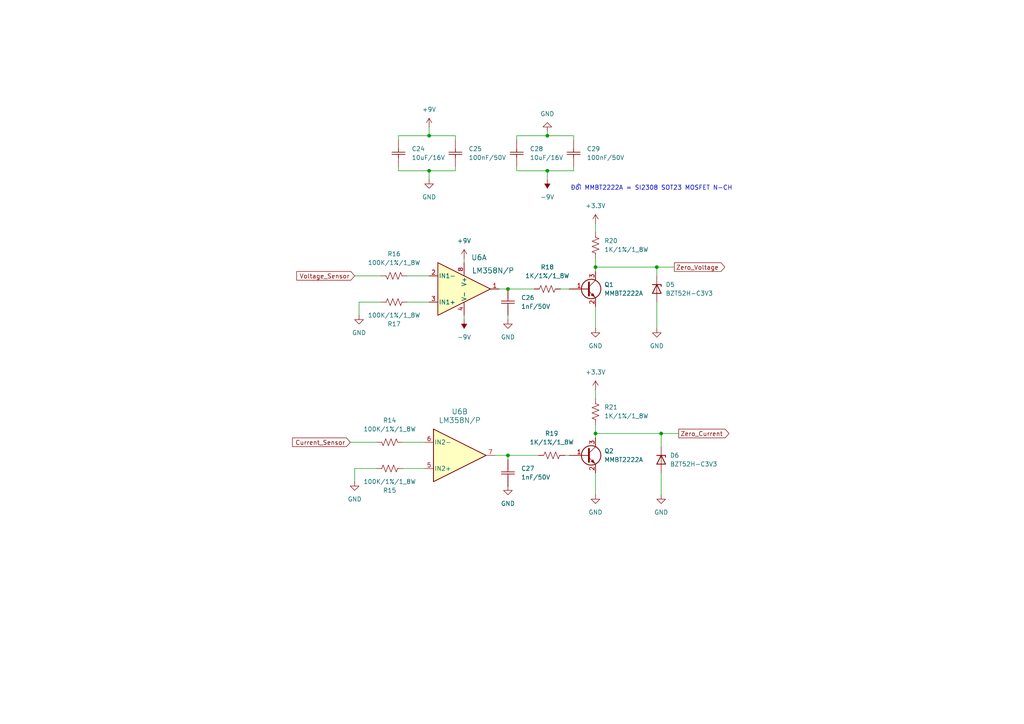
<source format=kicad_sch>
(kicad_sch (version 20231120) (generator "eeschema") (generator_version "8.0")
  (paper "A4")
  (lib_symbols
    (symbol "Measurement_Power_AC:BZT52H-C3V3" (pin_numbers hide) (pin_names hide)
      (property "Reference" "D" (at 3.556 2.794 0))
      (property "Value" "BZT52H-C3V3" (at 3.81 -2.54 0))
      (symbol "BZT52H-C3V3_0_1"
        (polyline (pts (xy 2.54 0) (xy 5.08 0)))
        (polyline (pts (xy 5.08 1.27) (xy 5.08 -1.27) (xy 4.572 -1.27)) (stroke (width 0.254)))
        (polyline (pts (xy 2.54 1.27) (xy 2.54 -1.27) (xy 5.08 0) (xy 2.54 1.27)) (stroke (width 0.254)))
      )
      (symbol "BZT52H-C3V3_1_1"
        (pin passive line (at 7.62 0 180) (length 2.54) (name "K") (number "1"))
        (pin passive line (at 0 0 0) (length 2.54) (name "A") (number "2"))
      )
    )
    (symbol "Measurement_Power_AC:Ceramic_Cap_SMD_100nF_16V" (pin_numbers hide) (pin_names hide)
      (property "Reference" "C" (at 1.016 2.794 0))
      (property "Value" "100nF/50V" (at 0.254 5.334 0))
      (symbol "Ceramic_Cap_SMD_100nF_16V_1_1"
        (polyline (pts (xy 1.27 0) (xy 2.2098 0)) (stroke (width 0.2032)))
        (polyline (pts (xy 2.2098 -1.905) (xy 2.2098 1.905)) (stroke (width 0.2032)))
        (polyline (pts (xy 2.8448 -1.905) (xy 2.8448 1.905)) (stroke (width 0.2032)))
        (polyline (pts (xy 2.8448 0) (xy 3.81 0)) (stroke (width 0.2032)))
        (pin unspecified line (at -1.27 0 0) (length 2.54) (name "") (number "1"))
        (pin unspecified line (at 6.35 0 180) (length 2.54) (name "") (number "2"))
      )
    )
    (symbol "Measurement_Power_AC:Ceramic_Cap_SMD_10uF_16V" (pin_numbers hide) (pin_names hide)
      (property "Reference" "C" (at 2.286 2.794 0))
      (property "Value" "10uF/16V" (at 0.254 5.334 0))
      (symbol "Ceramic_Cap_SMD_10uF_16V_1_1"
        (polyline (pts (xy 2.54 0) (xy 3.4798 0)) (stroke (width 0.2032)))
        (polyline (pts (xy 3.4798 -1.905) (xy 3.4798 1.905)) (stroke (width 0.2032)))
        (polyline (pts (xy 4.1148 -1.905) (xy 4.1148 1.905)) (stroke (width 0.2032)))
        (polyline (pts (xy 4.1148 0) (xy 5.08 0)) (stroke (width 0.2032)))
        (pin unspecified line (at 0 0 0) (length 2.54) (name "") (number "1"))
        (pin unspecified line (at 7.62 0 180) (length 2.54) (name "") (number "2"))
      )
    )
    (symbol "Measurement_Power_AC:Ceramic_Cap_SMD_1nF_50V" (pin_numbers hide) (pin_names hide)
      (property "Reference" "C" (at 1.016 2.794 0))
      (property "Value" "1nF/50V" (at 0.254 5.334 0))
      (symbol "Ceramic_Cap_SMD_1nF_50V_1_1"
        (polyline (pts (xy 1.27 0) (xy 2.2098 0)) (stroke (width 0.2032)))
        (polyline (pts (xy 2.2098 -1.905) (xy 2.2098 1.905)) (stroke (width 0.2032)))
        (polyline (pts (xy 2.8448 -1.905) (xy 2.8448 1.905)) (stroke (width 0.2032)))
        (polyline (pts (xy 2.8448 0) (xy 3.81 0)) (stroke (width 0.2032)))
        (pin unspecified line (at -1.27 0 0) (length 2.54) (name "") (number "1"))
        (pin unspecified line (at 6.35 0 180) (length 2.54) (name "") (number "2"))
      )
    )
    (symbol "Measurement_Power_AC:LM358DT" (pin_names (offset 0.254))
      (property "Reference" "U" (at 2.032 20.574 0))
      (property "Value" "LM358N/P" (at 2.032 18.034 0))
      (symbol "LM358DT_1_0"
        (pin input line (at -2.54 11.43 0) (length 2.54) (name "IN1-") (number "2"))
        (pin input line (at -2.54 3.81 0) (length 2.54) (name "IN1+") (number "3"))
      )
      (symbol "LM358DT_1_1"
        (polyline (pts (xy 0 15.24) (xy 15.24 7.62) (xy 0 0) (xy 0 15.24)) (stroke (width 0.254)) (fill (type background)))
        (pin output line (at 17.78 7.62 180) (length 2.54) (name "~") (number "1"))
        (pin power_in line (at 7.62 0 90) (length 3.81) (name "V-") (number "4"))
        (pin power_in line (at 7.62 15.24 270) (length 3.81) (name "V+") (number "8"))
      )
      (symbol "LM358DT_2_1"
        (polyline (pts (xy 0 15.24) (xy 15.24 7.62) (xy 0 0) (xy 0 15.24)) (stroke (width 0.254)) (fill (type background)))
        (pin input line (at -2.54 3.81 0) (length 2.54) (name "IN2+") (number "5"))
        (pin input line (at -2.54 11.43 0) (length 2.54) (name "IN2-") (number "6"))
        (pin output line (at 17.78 7.62 180) (length 2.54) (name "~") (number "7"))
      )
    )
    (symbol "Measurement_Power_AC:MMBT2222A" (pin_names (offset 0) hide)
      (property "Reference" "Q" (at 5.08 1.905 0))
      (property "Value" "MMBT2222A" (at 5.08 0 0))
      (symbol "MMBT2222A_0_1"
        (polyline (pts (xy 0.635 0.635) (xy 2.54 2.54)))
        (polyline (pts (xy 0.635 -0.635) (xy 2.54 -2.54) (xy 2.54 -2.54)))
        (polyline (pts (xy 0.635 1.905) (xy 0.635 -1.905) (xy 0.635 -1.905)) (stroke (width 0.508)))
        (polyline (pts (xy 1.27 -1.778) (xy 1.778 -1.27) (xy 2.286 -2.286) (xy 1.27 -1.778) (xy 1.27 -1.778)) (fill (type outline)))
        (circle (center 1.27 0) (radius 2.8194) (stroke (width 0.254)))
      )
      (symbol "MMBT2222A_1_1"
        (pin input line (at -5.08 0 0) (length 5.715) (name "B") (number "1"))
        (pin passive line (at 2.54 -5.08 90) (length 2.54) (name "E") (number "2"))
        (pin passive line (at 2.54 5.08 270) (length 2.54) (name "C") (number "3"))
      )
    )
    (symbol "Measurement_Power_AC:Res_100k_0805_1%" (pin_numbers hide) (pin_names hide)
      (property "Reference" "R" (at 3.556 2.54 0))
      (property "Value" "100K/1%/1_8W" (at 4.064 -2.54 0))
      (symbol "Res_100k_0805_1%_0_1"
        (polyline (pts (xy 1.524 0) (xy 1.27 0)))
        (polyline (pts (xy 6.096 0) (xy 6.35 0)))
        (polyline (pts (xy 1.524 0) (xy 1.905 1.016) (xy 2.286 0) (xy 2.667 -1.016) (xy 3.048 0)))
        (polyline (pts (xy 3.048 0) (xy 3.429 1.016) (xy 3.81 0) (xy 4.191 -1.016) (xy 4.572 0)))
        (polyline (pts (xy 4.572 0) (xy 4.953 1.016) (xy 5.334 0) (xy 5.715 -1.016) (xy 6.096 0)))
      )
      (symbol "Res_100k_0805_1%_1_1"
        (pin passive line (at 0 0 0) (length 1.27) (name "~") (number "1"))
        (pin passive line (at 7.62 0 180) (length 1.27) (name "~") (number "2"))
      )
    )
    (symbol "Measurement_Power_AC:Res_1k_0805_1%" (pin_numbers hide) (pin_names hide)
      (property "Reference" "R" (at 3.556 2.54 0))
      (property "Value" "1K/1%/1_8W" (at 4.064 -2.54 0))
      (symbol "Res_1k_0805_1%_0_1"
        (polyline (pts (xy 1.524 0) (xy 1.27 0)))
        (polyline (pts (xy 6.096 0) (xy 6.35 0)))
        (polyline (pts (xy 1.524 0) (xy 1.905 1.016) (xy 2.286 0) (xy 2.667 -1.016) (xy 3.048 0)))
        (polyline (pts (xy 3.048 0) (xy 3.429 1.016) (xy 3.81 0) (xy 4.191 -1.016) (xy 4.572 0)))
        (polyline (pts (xy 4.572 0) (xy 4.953 1.016) (xy 5.334 0) (xy 5.715 -1.016) (xy 6.096 0)))
      )
      (symbol "Res_1k_0805_1%_1_1"
        (pin passive line (at 0 0 0) (length 1.27) (name "~") (number "1"))
        (pin passive line (at 7.62 0 180) (length 1.27) (name "~") (number "2"))
      )
    )
    (symbol "power:+3.3V" (power) (pin_numbers hide) (pin_names (offset 0) hide)
      (property "Value" "+3.3V" (at 0 3.556 0))
      (symbol "+3.3V_0_1"
        (polyline (pts (xy -0.762 1.27) (xy 0 2.54)))
        (polyline (pts (xy 0 0) (xy 0 2.54)))
        (polyline (pts (xy 0 2.54) (xy 0.762 1.27)))
      )
      (symbol "+3.3V_1_1"
        (pin power_in line (at 0 0 90) (length 0) (name "~") (number "1"))
      )
    )
    (symbol "power:+9V" (power) (pin_numbers hide) (pin_names (offset 0) hide)
      (property "Value" "+9V" (at 0 3.556 0))
      (symbol "+9V_0_1"
        (polyline (pts (xy -0.762 1.27) (xy 0 2.54)))
        (polyline (pts (xy 0 0) (xy 0 2.54)))
        (polyline (pts (xy 0 2.54) (xy 0.762 1.27)))
      )
      (symbol "+9V_1_1"
        (pin power_in line (at 0 0 90) (length 0) (name "~") (number "1"))
      )
    )
    (symbol "power:-9V" (power) (pin_numbers hide) (pin_names (offset 0) hide)
      (property "Value" "-9V" (at 0 3.556 0))
      (symbol "-9V_0_1"
        (polyline (pts (xy 0 0) (xy 0 2.54)))
        (polyline (pts (xy 0.762 1.27) (xy -0.762 1.27) (xy 0 2.54) (xy 0.762 1.27)) (fill (type outline)))
      )
      (symbol "-9V_1_1"
        (pin power_in line (at 0 0 90) (length 0) (name "~") (number "1"))
      )
    )
    (symbol "power:GND" (power) (pin_numbers hide) (pin_names (offset 0) hide)
      (property "Value" "GND" (at 0 -3.81 0))
      (symbol "GND_0_1"
        (polyline (pts (xy 0 0) (xy 0 -1.27) (xy 1.27 -1.27) (xy 0 -2.54) (xy -1.27 -1.27) (xy 0 -1.27)))
      )
      (symbol "GND_1_1"
        (pin power_in line (at 0 0 270) (length 0) (name "~") (number "1"))
      )
    )
  )
  (junction (at 158.75 49.53))
  (junction (at 147.32 83.82))
  (junction (at 158.75 39.37))
  (junction (at 124.46 49.53))
  (junction (at 147.32 132.08))
  (junction (at 190.5 77.47))
  (junction (at 124.46 39.37))
  (junction (at 172.72 125.73))
  (junction (at 191.77 125.73))
  (junction (at 172.72 77.47))
  (wire (pts (xy 124.46 49.53) (xy 132.08 49.53)))
  (wire (pts (xy 158.75 38.1) (xy 158.75 39.37)))
  (wire (pts (xy 124.46 49.53) (xy 124.46 52.07)))
  (wire (pts (xy 118.11 87.63) (xy 124.46 87.63)))
  (wire (pts (xy 115.57 48.26) (xy 115.57 49.53)))
  (wire (pts (xy 132.08 49.53) (xy 132.08 48.26)))
  (wire (pts (xy 134.62 91.44) (xy 134.62 92.71)))
  (wire (pts (xy 158.75 49.53) (xy 166.37 49.53)))
  (wire (pts (xy 172.72 137.16) (xy 172.72 143.51)))
  (wire (pts (xy 147.32 91.44) (xy 147.32 92.71)))
  (wire (pts (xy 196.85 125.73) (xy 191.77 125.73)))
  (wire (pts (xy 190.5 77.47) (xy 190.5 80.01)))
  (wire (pts (xy 172.72 88.9) (xy 172.72 95.25)))
  (wire (pts (xy 158.75 39.37) (xy 166.37 39.37)))
  (wire (pts (xy 115.57 49.53) (xy 124.46 49.53)))
  (wire (pts (xy 190.5 77.47) (xy 172.72 77.47)))
  (wire (pts (xy 172.72 64.77) (xy 172.72 67.31)))
  (wire (pts (xy 143.51 132.08) (xy 147.32 132.08)))
  (wire (pts (xy 149.86 39.37) (xy 158.75 39.37)))
  (wire (pts (xy 104.14 91.44) (xy 104.14 87.63)))
  (wire (pts (xy 172.72 113.03) (xy 172.72 115.57)))
  (wire (pts (xy 172.72 74.93) (xy 172.72 77.47)))
  (wire (pts (xy 124.46 80.01) (xy 118.11 80.01)))
  (wire (pts (xy 172.72 123.19) (xy 172.72 125.73)))
  (wire (pts (xy 102.87 139.7) (xy 102.87 135.89)))
  (wire (pts (xy 104.14 87.63) (xy 110.49 87.63)))
  (wire (pts (xy 172.72 77.47) (xy 172.72 78.74)))
  (wire (pts (xy 162.56 83.82) (xy 165.1 83.82)))
  (wire (pts (xy 116.84 135.89) (xy 123.19 135.89)))
  (wire (pts (xy 147.32 133.35) (xy 147.32 132.08)))
  (wire (pts (xy 190.5 87.63) (xy 190.5 95.25)))
  (wire (pts (xy 147.32 83.82) (xy 154.94 83.82)))
  (wire (pts (xy 134.62 74.93) (xy 134.62 76.2)))
  (wire (pts (xy 149.86 40.64) (xy 149.86 39.37)))
  (wire (pts (xy 149.86 49.53) (xy 158.75 49.53)))
  (wire (pts (xy 124.46 39.37) (xy 115.57 39.37)))
  (wire (pts (xy 147.32 132.08) (xy 156.21 132.08)))
  (wire (pts (xy 102.87 80.01) (xy 110.49 80.01)))
  (wire (pts (xy 123.19 128.27) (xy 116.84 128.27)))
  (wire (pts (xy 149.86 48.26) (xy 149.86 49.53)))
  (wire (pts (xy 166.37 48.26) (xy 166.37 49.53)))
  (wire (pts (xy 132.08 39.37) (xy 124.46 39.37)))
  (wire (pts (xy 124.46 36.83) (xy 124.46 39.37)))
  (wire (pts (xy 144.78 83.82) (xy 147.32 83.82)))
  (wire (pts (xy 166.37 39.37) (xy 166.37 40.64)))
  (wire (pts (xy 191.77 125.73) (xy 191.77 129.54)))
  (wire (pts (xy 172.72 125.73) (xy 191.77 125.73)))
  (wire (pts (xy 158.75 49.53) (xy 158.75 52.07)))
  (wire (pts (xy 132.08 40.64) (xy 132.08 39.37)))
  (wire (pts (xy 172.72 125.73) (xy 172.72 127)))
  (wire (pts (xy 163.83 132.08) (xy 165.1 132.08)))
  (wire (pts (xy 115.57 39.37) (xy 115.57 40.64)))
  (wire (pts (xy 102.87 135.89) (xy 109.22 135.89)))
  (wire (pts (xy 101.6 128.27) (xy 109.22 128.27)))
  (wire (pts (xy 195.58 77.47) (xy 190.5 77.47)))
  (wire (pts (xy 191.77 137.16) (xy 191.77 143.51)))
  (text "Đổi MMBT2222A = SI2308 SOT23 MOSFET N-CH" (at 188.976 54.61 0) (effects (font (size 1.27 1.27))))
  (global_label "Voltage_Sensor" (shape input) (at 102.87 80.01 180) (property "Intersheetrefs" "${INTERSHEET_REFS}" (effects (hide yes))))
  (global_label "Zero_Current" (shape output) (at 196.85 125.73 0) (property "Intersheetrefs" "${INTERSHEET_REFS}" (effects (hide yes))))
  (global_label "Zero_Voltage" (shape output) (at 195.58 77.47 0) (property "Intersheetrefs" "${INTERSHEET_REFS}" (effects (hide yes))))
  (global_label "Current_Sensor" (shape input) (at 101.6 128.27 180) (property "Intersheetrefs" "${INTERSHEET_REFS}" (effects (hide yes))))
  (symbol (lib_id "Measurement_Power_AC:BZT52H-C3V3") (at 191.77 137.16 90) (unit 1)
    (property "Reference" "D6" (at 194.31 132.0799 90) (effects (justify right)))
    (property "Value" "BZT52H-C3V3" (at 194.31 134.6199 90) (effects (justify right)))
    (property "Footprint" "charge_battery_footprint_lib:Diode_Zener_BZT52H" (effects (hide yes)))
    (property "Datasheet" "https://www.thegioiic.com/upload/documents/e098edf13a3c7e79be2256b43d44d38b.pdf" (effects (hide yes)))
    (property "Description" "3.3V 375mW Zener Diode, SOD-123F" (effects (hide yes)))
    (property "Supply name" "Thegioiic" (effects (hide yes)))
    (property "Supply part number" "BZT52H-C3V3 Diode Zener 3.3V 375mW SOD-123F" (effects (hide yes)))
    (property "Supply URL" "https://www.thegioiic.com/bzt52h-c3v3-diode-zener-3-3v-375mw-sod-123f" (effects (hide yes)))
  )
  (symbol (lib_id "Measurement_Power_AC:Res_100k_0805_1%") (at 109.22 128.27 0) (mirror x) (unit 1)
    (property "Reference" "R14" (at 113.03 121.92 0))
    (property "Value" "100K/1%/1_8W" (at 113.03 124.46 0))
    (property "Footprint" "Measure_Power_AC:Res_0805" (effects (hide yes)))
    (property "Description" "Res 100KOhm 0805 1%" (effects (hide yes)))
    (property "Supply name" "Thegioiic" (effects (hide yes)))
    (property "Supply part number" "Điện Trở 100 KOhm 0805 1%" (effects (hide yes)))
    (property "Supply URL" "https://www.thegioiic.com/dien-tro-100-kohm-0805-1-" (effects (hide yes)))
  )
  (symbol (lib_id "power:GND") (at 102.87 139.7 0) (unit 1)
    (property "Reference" "#PWR039" (effects (hide yes)))
    (property "Value" "GND" (at 102.87 144.78 0))
    (property "Description" "Power symbol creates a global label with name \"GND\" , ground" (effects (hide yes)))
  )
  (symbol (lib_id "power:-9V") (at 158.75 52.07 180) (unit 1)
    (property "Reference" "#PWR048" (effects (hide yes)))
    (property "Value" "-9V" (at 158.75 57.15 0))
    (property "Description" "Power symbol creates a global label with name \"-9V\"" (effects (hide yes)))
  )
  (symbol (lib_id "Measurement_Power_AC:Res_1k_0805_1%") (at 154.94 83.82 0) (unit 1)
    (property "Reference" "R18" (at 158.75 77.47 0))
    (property "Value" "1K/1%/1_8W" (at 158.75 80.01 0))
    (property "Footprint" "Measure_Power_AC:Res_0805" (effects (hide yes)))
    (property "Description" "Res 1KOhm 0805 1%" (effects (hide yes)))
    (property "Supply name" "Thegioiic" (effects (hide yes)))
    (property "Supply part number" "Điện Trở 1 KOhm 0805 1%" (effects (hide yes)))
    (property "Supply URL" "https://www.thegioiic.com/dien-tro-1-kohm-0805-1-" (effects (hide yes)))
  )
  (symbol (lib_id "Measurement_Power_AC:LM358DT") (at 125.73 139.7 0) (unit 2)
    (property "Reference" "U6" (at 133.35 119.38 0) (effects (font (size 1.524 1.524))))
    (property "Value" "LM358N/P" (at 133.35 121.92 0) (effects (font (size 1.524 1.524))))
    (property "Footprint" "Measure_Power_AC:DIP8" (effects (hide yes)))
    (property "Datasheet" "LM358N/P" (effects (hide yes)))
    (property "Description" "IC LM358 DIP-8 (LM358N LM358P) (IC khuếch đại thuật toán OpAmp)" (effects (hide yes)))
    (property "Supply name" "Chipn24" (effects (hide yes)))
    (property "Supply part number" "IC LM358 DIP-8 (LM358N LM358P) (IC khuếch đại thuật toán OpAmp)" (effects (hide yes)))
    (property "Supply URL" "https://chipn24.com/dip-ic-lm358-dip-8-lm358n-lm358p-ic-khuech-dai-thuat-toan-opamp-id506.html" (effects (hide yes)))
  )
  (symbol (lib_id "power:GND") (at 147.32 140.97 0) (unit 1)
    (property "Reference" "#PWR046" (effects (hide yes)))
    (property "Value" "GND" (at 147.32 146.05 0))
    (property "Description" "Power symbol creates a global label with name \"GND\" , ground" (effects (hide yes)))
  )
  (symbol (lib_id "power:+3.3V") (at 172.72 113.03 0) (unit 1)
    (property "Reference" "#PWR049" (effects (hide yes)))
    (property "Value" "+3.3V" (at 172.72 107.95 0))
    (property "Description" "Power symbol creates a global label with name \"+3.3V\"" (effects (hide yes)))
  )
  (symbol (lib_id "Measurement_Power_AC:Ceramic_Cap_SMD_100nF_16V") (at 166.37 46.99 90) (unit 1)
    (property "Reference" "C29" (at 170.18 43.1799 90) (effects (justify right)))
    (property "Value" "100nF/50V" (at 170.18 45.7199 90) (effects (justify right)))
    (property "Footprint" "Measure_Power_AC:Ceramic_Cap_0805" (effects (hide yes)))
    (property "Datasheet" "https://www.mouser.vn/datasheet/2/40/KYOCERA_AutoMLCCKAM-3106308.pdf" (effects (hide yes)))
    (property "Description" "10%, 0805 (2012 Metric)" (effects (hide yes)))
    (property "Supply name" "Thegioiic" (effects (hide yes)))
    (property "Supply part number" "Tụ Gốm 0805 100nF (0.1uF) 50V" (effects (hide yes)))
    (property "Supply URL" "https://www.thegioiic.com/tu-gom-0805-100nf-0-1uf-50v" (effects (hide yes)))
  )
  (symbol (lib_id "Measurement_Power_AC:Res_100k_0805_1%") (at 109.22 135.89 0) (unit 1)
    (property "Reference" "R15" (at 113.03 142.24 0))
    (property "Value" "100K/1%/1_8W" (at 113.03 139.7 0))
    (property "Footprint" "Measure_Power_AC:Res_0805" (effects (hide yes)))
    (property "Description" "Res 100KOhm 0805 1%" (effects (hide yes)))
    (property "Supply name" "Thegioiic" (effects (hide yes)))
    (property "Supply part number" "Điện Trở 100 KOhm 0805 1%" (effects (hide yes)))
    (property "Supply URL" "https://www.thegioiic.com/dien-tro-100-kohm-0805-1-" (effects (hide yes)))
  )
  (symbol (lib_id "Measurement_Power_AC:BZT52H-C3V3") (at 190.5 87.63 90) (unit 1)
    (property "Reference" "D5" (at 193.04 82.5499 90) (effects (justify right)))
    (property "Value" "BZT52H-C3V3" (at 193.04 85.0899 90) (effects (justify right)))
    (property "Footprint" "charge_battery_footprint_lib:Diode_Zener_BZT52H" (effects (hide yes)))
    (property "Datasheet" "https://www.thegioiic.com/upload/documents/e098edf13a3c7e79be2256b43d44d38b.pdf" (effects (hide yes)))
    (property "Description" "3.3V 375mW Zener Diode, SOD-123F" (effects (hide yes)))
    (property "Supply name" "Thegioiic" (effects (hide yes)))
    (property "Supply part number" "BZT52H-C3V3 Diode Zener 3.3V 375mW SOD-123F" (effects (hide yes)))
    (property "Supply URL" "https://www.thegioiic.com/bzt52h-c3v3-diode-zener-3-3v-375mw-sod-123f" (effects (hide yes)))
  )
  (symbol (lib_id "power:+9V") (at 134.62 74.93 0) (unit 1)
    (property "Reference" "#PWR043" (effects (hide yes)))
    (property "Value" "+9V" (at 134.62 69.85 0))
    (property "Description" "Power symbol creates a global label with name \"+9V\"" (effects (hide yes)))
  )
  (symbol (lib_id "Measurement_Power_AC:MMBT2222A") (at 170.18 83.82 0) (unit 1)
    (property "Reference" "Q1" (at 175.26 82.5499 0) (effects (justify left)))
    (property "Value" "MMBT2222A" (at 175.26 85.0899 0) (effects (justify left)))
    (property "Footprint" "Measure_Power_AC:SOT23" (effects (hide yes)))
    (property "Datasheet" "https://assets.nexperia.com/documents/data-sheet/MMBT2222A.pdf" (effects (hide yes)))
    (property "Description" "600mA Ic, 40V Vce, NPN Transistor, SOT-23" (effects (hide yes)))
    (property "Supply name" "Thegioiic" (effects (hide yes)))
    (property "Supply part number" "MMBT2222A 1P Transistor NPN 40V 0.6A 3 Chân SOT-23" (effects (hide yes)))
    (property "Supply URL" "https://www.thegioiic.com/mmbt2222a-1p-transistor-npn-40v-0-6a-3-chan-sot-23" (effects (hide yes)))
  )
  (symbol (lib_id "Measurement_Power_AC:Ceramic_Cap_SMD_10uF_16V") (at 149.86 48.26 90) (unit 1)
    (property "Reference" "C28" (at 153.67 43.1799 90) (effects (justify right)))
    (property "Value" "10uF/16V" (at 153.67 45.7199 90) (effects (justify right)))
    (property "Footprint" "Measure_Power_AC:Ceramic_Cap_0805" (effects (hide yes)))
    (property "Datasheet" "https://www.mouser.vn/datasheet/2/40/KYOCERA_AutoMLCCKAM-3106308.pdf" (effects (hide yes)))
    (property "Description" "10%, 0805 (2012 Metric)" (effects (hide yes)))
    (property "Supply name" "Thegioiic" (effects (hide yes)))
    (property "Supply part number" "Tụ Gốm 0805 10uF 16V" (effects (hide yes)))
    (property "Supply URL" "https://www.thegioiic.com/tu-gom-0805-10uf-16v" (effects (hide yes)))
  )
  (symbol (lib_id "power:+9V") (at 124.46 36.83 0) (unit 1)
    (property "Reference" "#PWR041" (effects (hide yes)))
    (property "Value" "+9V" (at 124.46 31.75 0))
    (property "Description" "Power symbol creates a global label with name \"+9V\"" (effects (hide yes)))
  )
  (symbol (lib_id "power:GND") (at 172.72 95.25 0) (unit 1)
    (property "Reference" "#PWR050" (effects (hide yes)))
    (property "Value" "GND" (at 172.72 100.33 0))
    (property "Description" "Power symbol creates a global label with name \"GND\" , ground" (effects (hide yes)))
  )
  (symbol (lib_id "Measurement_Power_AC:Ceramic_Cap_SMD_1nF_50V") (at 147.32 139.7 90) (unit 1)
    (property "Reference" "C27" (at 151.13 135.8899 90) (effects (justify right)))
    (property "Value" "1nF/50V" (at 151.13 138.4299 90) (effects (justify right)))
    (property "Footprint" "Measure_Power_AC:Ceramic_Cap_0805" (effects (hide yes)))
    (property "Datasheet" "https://www.mouser.vn/datasheet/2/40/KYOCERA_AutoMLCCKAM-3106308.pdf" (effects (hide yes)))
    (property "Description" "10%, 0805 (2012 Metric)" (effects (hide yes)))
    (property "Supply name" "Thegioiic" (effects (hide yes)))
    (property "Supply part number" "Tụ Gốm 0805 1nF 50V" (effects (hide yes)))
    (property "Supply URL" "https://www.thegioiic.com/tu-gom-0805-1nf-50v" (effects (hide yes)))
  )
  (symbol (lib_id "Measurement_Power_AC:Ceramic_Cap_SMD_10uF_16V") (at 115.57 48.26 90) (unit 1)
    (property "Reference" "C24" (at 119.38 43.1799 90) (effects (justify right)))
    (property "Value" "10uF/16V" (at 119.38 45.7199 90) (effects (justify right)))
    (property "Footprint" "Measure_Power_AC:Ceramic_Cap_0805" (effects (hide yes)))
    (property "Datasheet" "https://www.mouser.vn/datasheet/2/40/KYOCERA_AutoMLCCKAM-3106308.pdf" (effects (hide yes)))
    (property "Description" "10%, 0805 (2012 Metric)" (effects (hide yes)))
    (property "Supply name" "Thegioiic" (effects (hide yes)))
    (property "Supply part number" "Tụ Gốm 0805 10uF 16V" (effects (hide yes)))
    (property "Supply URL" "https://www.thegioiic.com/tu-gom-0805-10uf-16v" (effects (hide yes)))
  )
  (symbol (lib_id "power:GND") (at 191.77 143.51 0) (unit 1)
    (property "Reference" "#PWR054" (effects (hide yes)))
    (property "Value" "GND" (at 191.77 148.59 0))
    (property "Description" "Power symbol creates a global label with name \"GND\" , ground" (effects (hide yes)))
  )
  (symbol (lib_id "power:GND") (at 158.75 38.1 180) (unit 1)
    (property "Reference" "#PWR047" (effects (hide yes)))
    (property "Value" "GND" (at 158.75 33.02 0))
    (property "Description" "Power symbol creates a global label with name \"GND\" , ground" (effects (hide yes)))
  )
  (symbol (lib_id "power:GND") (at 104.14 91.44 0) (unit 1)
    (property "Reference" "#PWR040" (effects (hide yes)))
    (property "Value" "GND" (at 104.14 96.52 0))
    (property "Description" "Power symbol creates a global label with name \"GND\" , ground" (effects (hide yes)))
  )
  (symbol (lib_id "Measurement_Power_AC:Res_100k_0805_1%") (at 110.49 80.01 0) (mirror x) (unit 1)
    (property "Reference" "R16" (at 114.3 73.66 0))
    (property "Value" "100K/1%/1_8W" (at 114.3 76.2 0))
    (property "Footprint" "Measure_Power_AC:Res_0805" (effects (hide yes)))
    (property "Description" "Res 100KOhm 0805 1%" (effects (hide yes)))
    (property "Supply name" "Thegioiic" (effects (hide yes)))
    (property "Supply part number" "Điện Trở 100 KOhm 0805 1%" (effects (hide yes)))
    (property "Supply URL" "https://www.thegioiic.com/dien-tro-100-kohm-0805-1-" (effects (hide yes)))
  )
  (symbol (lib_id "Measurement_Power_AC:Res_100k_0805_1%") (at 110.49 87.63 0) (unit 1)
    (property "Reference" "R17" (at 114.3 93.98 0))
    (property "Value" "100K/1%/1_8W" (at 114.3 91.44 0))
    (property "Footprint" "Measure_Power_AC:Res_0805" (effects (hide yes)))
    (property "Description" "Res 100KOhm 0805 1%" (effects (hide yes)))
    (property "Supply name" "Thegioiic" (effects (hide yes)))
    (property "Supply part number" "Điện Trở 100 KOhm 0805 1%" (effects (hide yes)))
    (property "Supply URL" "https://www.thegioiic.com/dien-tro-100-kohm-0805-1-" (effects (hide yes)))
  )
  (symbol (lib_id "Measurement_Power_AC:MMBT2222A") (at 170.18 132.08 0) (unit 1)
    (property "Reference" "Q2" (at 175.26 130.8099 0) (effects (justify left)))
    (property "Value" "MMBT2222A" (at 175.26 133.3499 0) (effects (justify left)))
    (property "Footprint" "Measure_Power_AC:SOT23" (effects (hide yes)))
    (property "Datasheet" "https://assets.nexperia.com/documents/data-sheet/MMBT2222A.pdf" (effects (hide yes)))
    (property "Description" "600mA Ic, 40V Vce, NPN Transistor, SOT-23" (effects (hide yes)))
    (property "Supply name" "Thegioiic" (effects (hide yes)))
    (property "Supply part number" "MMBT2222A 1P Transistor NPN 40V 0.6A 3 Chân SOT-23" (effects (hide yes)))
    (property "Supply URL" "https://www.thegioiic.com/mmbt2222a-1p-transistor-npn-40v-0-6a-3-chan-sot-23" (effects (hide yes)))
  )
  (symbol (lib_id "power:GND") (at 172.72 143.51 0) (unit 1)
    (property "Reference" "#PWR052" (effects (hide yes)))
    (property "Value" "GND" (at 172.72 148.59 0))
    (property "Description" "Power symbol creates a global label with name \"GND\" , ground" (effects (hide yes)))
  )
  (symbol (lib_id "power:GND") (at 147.32 92.71 0) (unit 1)
    (property "Reference" "#PWR045" (effects (hide yes)))
    (property "Value" "GND" (at 147.32 97.79 0))
    (property "Description" "Power symbol creates a global label with name \"GND\" , ground" (effects (hide yes)))
  )
  (symbol (lib_id "Measurement_Power_AC:Res_1k_0805_1%") (at 156.21 132.08 0) (unit 1)
    (property "Reference" "R19" (at 160.02 125.73 0))
    (property "Value" "1K/1%/1_8W" (at 160.02 128.27 0))
    (property "Footprint" "Measure_Power_AC:Res_0805" (effects (hide yes)))
    (property "Description" "Res 1KOhm 0805 1%" (effects (hide yes)))
    (property "Supply name" "Thegioiic" (effects (hide yes)))
    (property "Supply part number" "Điện Trở 1 KOhm 0805 1%" (effects (hide yes)))
    (property "Supply URL" "https://www.thegioiic.com/dien-tro-1-kohm-0805-1-" (effects (hide yes)))
  )
  (symbol (lib_id "Measurement_Power_AC:Res_1k_0805_1%") (at 172.72 74.93 90) (unit 1)
    (property "Reference" "R20" (at 175.26 69.8499 90) (effects (justify right)))
    (property "Value" "1K/1%/1_8W" (at 175.26 72.3899 90) (effects (justify right)))
    (property "Footprint" "Measure_Power_AC:Res_0805" (effects (hide yes)))
    (property "Description" "Res 1KOhm 0805 1%" (effects (hide yes)))
    (property "Supply name" "Thegioiic" (effects (hide yes)))
    (property "Supply part number" "Điện Trở 1 KOhm 0805 1%" (effects (hide yes)))
    (property "Supply URL" "https://www.thegioiic.com/dien-tro-1-kohm-0805-1-" (effects (hide yes)))
  )
  (symbol (lib_id "Measurement_Power_AC:LM358DT") (at 127 91.44 0) (unit 1)
    (property "Reference" "U6" (at 138.938 74.676 0) (effects (font (size 1.524 1.524))))
    (property "Value" "LM358N/P" (at 143.002 78.486 0) (effects (font (size 1.524 1.524))))
    (property "Footprint" "Measure_Power_AC:DIP8" (effects (hide yes)))
    (property "Datasheet" "LM358N/P" (effects (hide yes)))
    (property "Description" "IC LM358 DIP-8 (LM358N LM358P) (IC khuếch đại thuật toán OpAmp)" (effects (hide yes)))
    (property "Supply name" "Chipn24" (effects (hide yes)))
    (property "Supply part number" "IC LM358 DIP-8 (LM358N LM358P) (IC khuếch đại thuật toán OpAmp)" (effects (hide yes)))
    (property "Supply URL" "https://chipn24.com/dip-ic-lm358-dip-8-lm358n-lm358p-ic-khuech-dai-thuat-toan-opamp-id506.html" (effects (hide yes)))
  )
  (symbol (lib_id "power:GND") (at 124.46 52.07 0) (unit 1)
    (property "Reference" "#PWR042" (effects (hide yes)))
    (property "Value" "GND" (at 124.46 57.15 0))
    (property "Description" "Power symbol creates a global label with name \"GND\" , ground" (effects (hide yes)))
  )
  (symbol (lib_id "Measurement_Power_AC:Ceramic_Cap_SMD_100nF_16V") (at 132.08 46.99 90) (unit 1)
    (property "Reference" "C25" (at 135.89 43.1799 90) (effects (justify right)))
    (property "Value" "100nF/50V" (at 135.89 45.7199 90) (effects (justify right)))
    (property "Footprint" "Measure_Power_AC:Ceramic_Cap_0805" (effects (hide yes)))
    (property "Datasheet" "https://www.mouser.vn/datasheet/2/40/KYOCERA_AutoMLCCKAM-3106308.pdf" (effects (hide yes)))
    (property "Description" "10%, 0805 (2012 Metric)" (effects (hide yes)))
    (property "Supply name" "Thegioiic" (effects (hide yes)))
    (property "Supply part number" "Tụ Gốm 0805 100nF (0.1uF) 50V" (effects (hide yes)))
    (property "Supply URL" "https://www.thegioiic.com/tu-gom-0805-100nf-0-1uf-50v" (effects (hide yes)))
  )
  (symbol (lib_id "power:-9V") (at 134.62 92.71 180) (unit 1)
    (property "Reference" "#PWR044" (effects (hide yes)))
    (property "Value" "-9V" (at 134.62 97.79 0))
    (property "Description" "Power symbol creates a global label with name \"-9V\"" (effects (hide yes)))
  )
  (symbol (lib_id "Measurement_Power_AC:Res_1k_0805_1%") (at 172.72 123.19 90) (unit 1)
    (property "Reference" "R21" (at 175.26 118.1099 90) (effects (justify right)))
    (property "Value" "1K/1%/1_8W" (at 175.26 120.6499 90) (effects (justify right)))
    (property "Footprint" "Measure_Power_AC:Res_0805" (effects (hide yes)))
    (property "Description" "Res 1KOhm 0805 1%" (effects (hide yes)))
    (property "Supply name" "Thegioiic" (effects (hide yes)))
    (property "Supply part number" "Điện Trở 1 KOhm 0805 1%" (effects (hide yes)))
    (property "Supply URL" "https://www.thegioiic.com/dien-tro-1-kohm-0805-1-" (effects (hide yes)))
  )
  (symbol (lib_id "Measurement_Power_AC:Ceramic_Cap_SMD_1nF_50V") (at 147.32 90.17 90) (unit 1)
    (property "Reference" "C26" (at 151.13 86.3599 90) (effects (justify right)))
    (property "Value" "1nF/50V" (at 151.13 88.8999 90) (effects (justify right)))
    (property "Footprint" "Measure_Power_AC:Ceramic_Cap_0805" (effects (hide yes)))
    (property "Datasheet" "https://www.mouser.vn/datasheet/2/40/KYOCERA_AutoMLCCKAM-3106308.pdf" (effects (hide yes)))
    (property "Description" "10%, 0805 (2012 Metric)" (effects (hide yes)))
    (property "Supply name" "Thegioiic" (effects (hide yes)))
    (property "Supply part number" "Tụ Gốm 0805 1nF 50V" (effects (hide yes)))
    (property "Supply URL" "https://www.thegioiic.com/tu-gom-0805-1nf-50v" (effects (hide yes)))
  )
  (symbol (lib_id "power:+3.3V") (at 172.72 64.77 0) (unit 1)
    (property "Reference" "#PWR051" (effects (hide yes)))
    (property "Value" "+3.3V" (at 172.72 59.69 0))
    (property "Description" "Power symbol creates a global label with name \"+3.3V\"" (effects (hide yes)))
  )
  (symbol (lib_id "power:GND") (at 190.5 95.25 0) (unit 1)
    (property "Reference" "#PWR053" (effects (hide yes)))
    (property "Value" "GND" (at 190.5 100.33 0))
    (property "Description" "Power symbol creates a global label with name \"GND\" , ground" (effects (hide yes)))
  )
)
</source>
